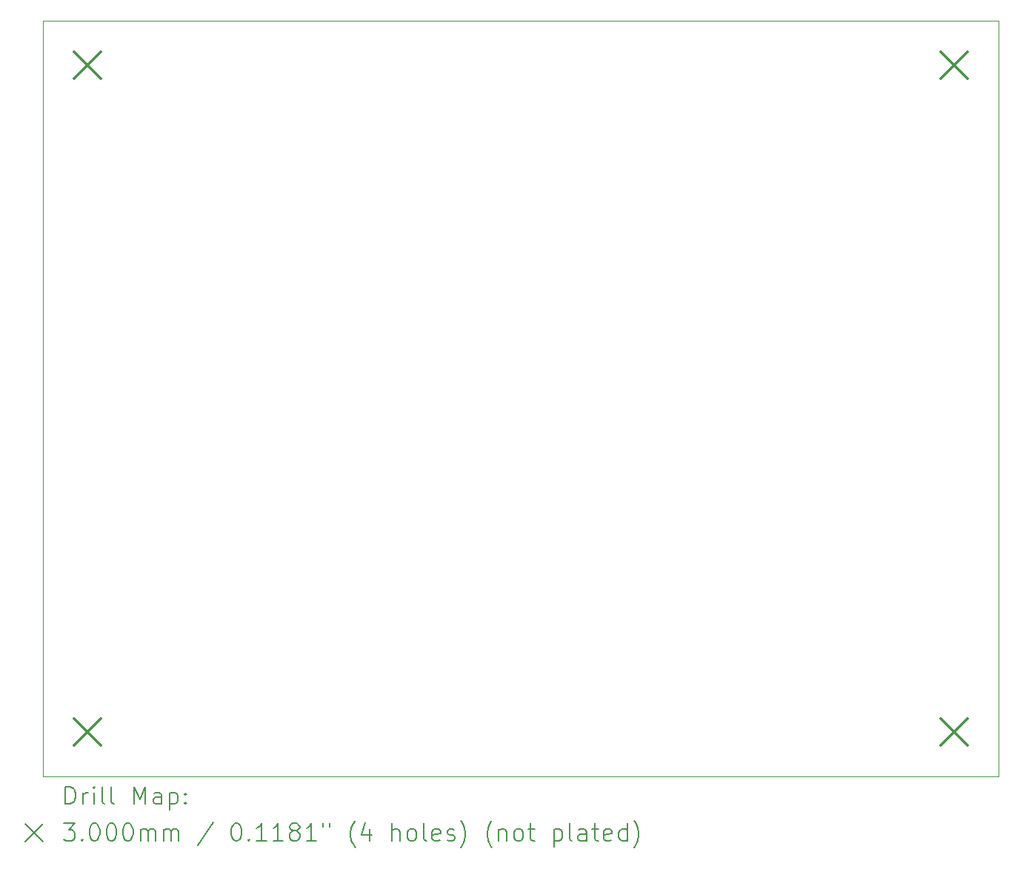
<source format=gbr>
%TF.GenerationSoftware,KiCad,Pcbnew,9.0.2*%
%TF.CreationDate,2025-06-11T21:10:06-03:00*%
%TF.ProjectId,rome,726f6d65-2e6b-4696-9361-645f70636258,0.1*%
%TF.SameCoordinates,Original*%
%TF.FileFunction,Drillmap*%
%TF.FilePolarity,Positive*%
%FSLAX45Y45*%
G04 Gerber Fmt 4.5, Leading zero omitted, Abs format (unit mm)*
G04 Created by KiCad (PCBNEW 9.0.2) date 2025-06-11 21:10:06*
%MOMM*%
%LPD*%
G01*
G04 APERTURE LIST*
%ADD10C,0.050000*%
%ADD11C,0.200000*%
%ADD12C,0.300000*%
G04 APERTURE END LIST*
D10*
X8890000Y-6350000D02*
X19812000Y-6350000D01*
X19812000Y-14986000D01*
X8890000Y-14986000D01*
X8890000Y-6350000D01*
D11*
D12*
X9248000Y-6708000D02*
X9548000Y-7008000D01*
X9548000Y-6708000D02*
X9248000Y-7008000D01*
X9248000Y-14328000D02*
X9548000Y-14628000D01*
X9548000Y-14328000D02*
X9248000Y-14628000D01*
X19154000Y-6708000D02*
X19454000Y-7008000D01*
X19454000Y-6708000D02*
X19154000Y-7008000D01*
X19154000Y-14328000D02*
X19454000Y-14628000D01*
X19454000Y-14328000D02*
X19154000Y-14628000D01*
D11*
X9148277Y-15299984D02*
X9148277Y-15099984D01*
X9148277Y-15099984D02*
X9195896Y-15099984D01*
X9195896Y-15099984D02*
X9224467Y-15109508D01*
X9224467Y-15109508D02*
X9243515Y-15128555D01*
X9243515Y-15128555D02*
X9253039Y-15147603D01*
X9253039Y-15147603D02*
X9262563Y-15185698D01*
X9262563Y-15185698D02*
X9262563Y-15214269D01*
X9262563Y-15214269D02*
X9253039Y-15252365D01*
X9253039Y-15252365D02*
X9243515Y-15271412D01*
X9243515Y-15271412D02*
X9224467Y-15290460D01*
X9224467Y-15290460D02*
X9195896Y-15299984D01*
X9195896Y-15299984D02*
X9148277Y-15299984D01*
X9348277Y-15299984D02*
X9348277Y-15166650D01*
X9348277Y-15204746D02*
X9357801Y-15185698D01*
X9357801Y-15185698D02*
X9367324Y-15176174D01*
X9367324Y-15176174D02*
X9386372Y-15166650D01*
X9386372Y-15166650D02*
X9405420Y-15166650D01*
X9472086Y-15299984D02*
X9472086Y-15166650D01*
X9472086Y-15099984D02*
X9462563Y-15109508D01*
X9462563Y-15109508D02*
X9472086Y-15119031D01*
X9472086Y-15119031D02*
X9481610Y-15109508D01*
X9481610Y-15109508D02*
X9472086Y-15099984D01*
X9472086Y-15099984D02*
X9472086Y-15119031D01*
X9595896Y-15299984D02*
X9576848Y-15290460D01*
X9576848Y-15290460D02*
X9567324Y-15271412D01*
X9567324Y-15271412D02*
X9567324Y-15099984D01*
X9700658Y-15299984D02*
X9681610Y-15290460D01*
X9681610Y-15290460D02*
X9672086Y-15271412D01*
X9672086Y-15271412D02*
X9672086Y-15099984D01*
X9929229Y-15299984D02*
X9929229Y-15099984D01*
X9929229Y-15099984D02*
X9995896Y-15242841D01*
X9995896Y-15242841D02*
X10062563Y-15099984D01*
X10062563Y-15099984D02*
X10062563Y-15299984D01*
X10243515Y-15299984D02*
X10243515Y-15195222D01*
X10243515Y-15195222D02*
X10233991Y-15176174D01*
X10233991Y-15176174D02*
X10214944Y-15166650D01*
X10214944Y-15166650D02*
X10176848Y-15166650D01*
X10176848Y-15166650D02*
X10157801Y-15176174D01*
X10243515Y-15290460D02*
X10224467Y-15299984D01*
X10224467Y-15299984D02*
X10176848Y-15299984D01*
X10176848Y-15299984D02*
X10157801Y-15290460D01*
X10157801Y-15290460D02*
X10148277Y-15271412D01*
X10148277Y-15271412D02*
X10148277Y-15252365D01*
X10148277Y-15252365D02*
X10157801Y-15233317D01*
X10157801Y-15233317D02*
X10176848Y-15223793D01*
X10176848Y-15223793D02*
X10224467Y-15223793D01*
X10224467Y-15223793D02*
X10243515Y-15214269D01*
X10338753Y-15166650D02*
X10338753Y-15366650D01*
X10338753Y-15176174D02*
X10357801Y-15166650D01*
X10357801Y-15166650D02*
X10395896Y-15166650D01*
X10395896Y-15166650D02*
X10414944Y-15176174D01*
X10414944Y-15176174D02*
X10424467Y-15185698D01*
X10424467Y-15185698D02*
X10433991Y-15204746D01*
X10433991Y-15204746D02*
X10433991Y-15261888D01*
X10433991Y-15261888D02*
X10424467Y-15280936D01*
X10424467Y-15280936D02*
X10414944Y-15290460D01*
X10414944Y-15290460D02*
X10395896Y-15299984D01*
X10395896Y-15299984D02*
X10357801Y-15299984D01*
X10357801Y-15299984D02*
X10338753Y-15290460D01*
X10519705Y-15280936D02*
X10529229Y-15290460D01*
X10529229Y-15290460D02*
X10519705Y-15299984D01*
X10519705Y-15299984D02*
X10510182Y-15290460D01*
X10510182Y-15290460D02*
X10519705Y-15280936D01*
X10519705Y-15280936D02*
X10519705Y-15299984D01*
X10519705Y-15176174D02*
X10529229Y-15185698D01*
X10529229Y-15185698D02*
X10519705Y-15195222D01*
X10519705Y-15195222D02*
X10510182Y-15185698D01*
X10510182Y-15185698D02*
X10519705Y-15176174D01*
X10519705Y-15176174D02*
X10519705Y-15195222D01*
X8687500Y-15528500D02*
X8887500Y-15728500D01*
X8887500Y-15528500D02*
X8687500Y-15728500D01*
X9129229Y-15519984D02*
X9253039Y-15519984D01*
X9253039Y-15519984D02*
X9186372Y-15596174D01*
X9186372Y-15596174D02*
X9214944Y-15596174D01*
X9214944Y-15596174D02*
X9233991Y-15605698D01*
X9233991Y-15605698D02*
X9243515Y-15615222D01*
X9243515Y-15615222D02*
X9253039Y-15634269D01*
X9253039Y-15634269D02*
X9253039Y-15681888D01*
X9253039Y-15681888D02*
X9243515Y-15700936D01*
X9243515Y-15700936D02*
X9233991Y-15710460D01*
X9233991Y-15710460D02*
X9214944Y-15719984D01*
X9214944Y-15719984D02*
X9157801Y-15719984D01*
X9157801Y-15719984D02*
X9138753Y-15710460D01*
X9138753Y-15710460D02*
X9129229Y-15700936D01*
X9338753Y-15700936D02*
X9348277Y-15710460D01*
X9348277Y-15710460D02*
X9338753Y-15719984D01*
X9338753Y-15719984D02*
X9329229Y-15710460D01*
X9329229Y-15710460D02*
X9338753Y-15700936D01*
X9338753Y-15700936D02*
X9338753Y-15719984D01*
X9472086Y-15519984D02*
X9491134Y-15519984D01*
X9491134Y-15519984D02*
X9510182Y-15529508D01*
X9510182Y-15529508D02*
X9519705Y-15539031D01*
X9519705Y-15539031D02*
X9529229Y-15558079D01*
X9529229Y-15558079D02*
X9538753Y-15596174D01*
X9538753Y-15596174D02*
X9538753Y-15643793D01*
X9538753Y-15643793D02*
X9529229Y-15681888D01*
X9529229Y-15681888D02*
X9519705Y-15700936D01*
X9519705Y-15700936D02*
X9510182Y-15710460D01*
X9510182Y-15710460D02*
X9491134Y-15719984D01*
X9491134Y-15719984D02*
X9472086Y-15719984D01*
X9472086Y-15719984D02*
X9453039Y-15710460D01*
X9453039Y-15710460D02*
X9443515Y-15700936D01*
X9443515Y-15700936D02*
X9433991Y-15681888D01*
X9433991Y-15681888D02*
X9424467Y-15643793D01*
X9424467Y-15643793D02*
X9424467Y-15596174D01*
X9424467Y-15596174D02*
X9433991Y-15558079D01*
X9433991Y-15558079D02*
X9443515Y-15539031D01*
X9443515Y-15539031D02*
X9453039Y-15529508D01*
X9453039Y-15529508D02*
X9472086Y-15519984D01*
X9662563Y-15519984D02*
X9681610Y-15519984D01*
X9681610Y-15519984D02*
X9700658Y-15529508D01*
X9700658Y-15529508D02*
X9710182Y-15539031D01*
X9710182Y-15539031D02*
X9719705Y-15558079D01*
X9719705Y-15558079D02*
X9729229Y-15596174D01*
X9729229Y-15596174D02*
X9729229Y-15643793D01*
X9729229Y-15643793D02*
X9719705Y-15681888D01*
X9719705Y-15681888D02*
X9710182Y-15700936D01*
X9710182Y-15700936D02*
X9700658Y-15710460D01*
X9700658Y-15710460D02*
X9681610Y-15719984D01*
X9681610Y-15719984D02*
X9662563Y-15719984D01*
X9662563Y-15719984D02*
X9643515Y-15710460D01*
X9643515Y-15710460D02*
X9633991Y-15700936D01*
X9633991Y-15700936D02*
X9624467Y-15681888D01*
X9624467Y-15681888D02*
X9614944Y-15643793D01*
X9614944Y-15643793D02*
X9614944Y-15596174D01*
X9614944Y-15596174D02*
X9624467Y-15558079D01*
X9624467Y-15558079D02*
X9633991Y-15539031D01*
X9633991Y-15539031D02*
X9643515Y-15529508D01*
X9643515Y-15529508D02*
X9662563Y-15519984D01*
X9853039Y-15519984D02*
X9872086Y-15519984D01*
X9872086Y-15519984D02*
X9891134Y-15529508D01*
X9891134Y-15529508D02*
X9900658Y-15539031D01*
X9900658Y-15539031D02*
X9910182Y-15558079D01*
X9910182Y-15558079D02*
X9919705Y-15596174D01*
X9919705Y-15596174D02*
X9919705Y-15643793D01*
X9919705Y-15643793D02*
X9910182Y-15681888D01*
X9910182Y-15681888D02*
X9900658Y-15700936D01*
X9900658Y-15700936D02*
X9891134Y-15710460D01*
X9891134Y-15710460D02*
X9872086Y-15719984D01*
X9872086Y-15719984D02*
X9853039Y-15719984D01*
X9853039Y-15719984D02*
X9833991Y-15710460D01*
X9833991Y-15710460D02*
X9824467Y-15700936D01*
X9824467Y-15700936D02*
X9814944Y-15681888D01*
X9814944Y-15681888D02*
X9805420Y-15643793D01*
X9805420Y-15643793D02*
X9805420Y-15596174D01*
X9805420Y-15596174D02*
X9814944Y-15558079D01*
X9814944Y-15558079D02*
X9824467Y-15539031D01*
X9824467Y-15539031D02*
X9833991Y-15529508D01*
X9833991Y-15529508D02*
X9853039Y-15519984D01*
X10005420Y-15719984D02*
X10005420Y-15586650D01*
X10005420Y-15605698D02*
X10014944Y-15596174D01*
X10014944Y-15596174D02*
X10033991Y-15586650D01*
X10033991Y-15586650D02*
X10062563Y-15586650D01*
X10062563Y-15586650D02*
X10081610Y-15596174D01*
X10081610Y-15596174D02*
X10091134Y-15615222D01*
X10091134Y-15615222D02*
X10091134Y-15719984D01*
X10091134Y-15615222D02*
X10100658Y-15596174D01*
X10100658Y-15596174D02*
X10119705Y-15586650D01*
X10119705Y-15586650D02*
X10148277Y-15586650D01*
X10148277Y-15586650D02*
X10167325Y-15596174D01*
X10167325Y-15596174D02*
X10176848Y-15615222D01*
X10176848Y-15615222D02*
X10176848Y-15719984D01*
X10272086Y-15719984D02*
X10272086Y-15586650D01*
X10272086Y-15605698D02*
X10281610Y-15596174D01*
X10281610Y-15596174D02*
X10300658Y-15586650D01*
X10300658Y-15586650D02*
X10329229Y-15586650D01*
X10329229Y-15586650D02*
X10348277Y-15596174D01*
X10348277Y-15596174D02*
X10357801Y-15615222D01*
X10357801Y-15615222D02*
X10357801Y-15719984D01*
X10357801Y-15615222D02*
X10367325Y-15596174D01*
X10367325Y-15596174D02*
X10386372Y-15586650D01*
X10386372Y-15586650D02*
X10414944Y-15586650D01*
X10414944Y-15586650D02*
X10433991Y-15596174D01*
X10433991Y-15596174D02*
X10443515Y-15615222D01*
X10443515Y-15615222D02*
X10443515Y-15719984D01*
X10833991Y-15510460D02*
X10662563Y-15767603D01*
X11091134Y-15519984D02*
X11110182Y-15519984D01*
X11110182Y-15519984D02*
X11129229Y-15529508D01*
X11129229Y-15529508D02*
X11138753Y-15539031D01*
X11138753Y-15539031D02*
X11148277Y-15558079D01*
X11148277Y-15558079D02*
X11157801Y-15596174D01*
X11157801Y-15596174D02*
X11157801Y-15643793D01*
X11157801Y-15643793D02*
X11148277Y-15681888D01*
X11148277Y-15681888D02*
X11138753Y-15700936D01*
X11138753Y-15700936D02*
X11129229Y-15710460D01*
X11129229Y-15710460D02*
X11110182Y-15719984D01*
X11110182Y-15719984D02*
X11091134Y-15719984D01*
X11091134Y-15719984D02*
X11072087Y-15710460D01*
X11072087Y-15710460D02*
X11062563Y-15700936D01*
X11062563Y-15700936D02*
X11053039Y-15681888D01*
X11053039Y-15681888D02*
X11043515Y-15643793D01*
X11043515Y-15643793D02*
X11043515Y-15596174D01*
X11043515Y-15596174D02*
X11053039Y-15558079D01*
X11053039Y-15558079D02*
X11062563Y-15539031D01*
X11062563Y-15539031D02*
X11072087Y-15529508D01*
X11072087Y-15529508D02*
X11091134Y-15519984D01*
X11243515Y-15700936D02*
X11253039Y-15710460D01*
X11253039Y-15710460D02*
X11243515Y-15719984D01*
X11243515Y-15719984D02*
X11233991Y-15710460D01*
X11233991Y-15710460D02*
X11243515Y-15700936D01*
X11243515Y-15700936D02*
X11243515Y-15719984D01*
X11443515Y-15719984D02*
X11329229Y-15719984D01*
X11386372Y-15719984D02*
X11386372Y-15519984D01*
X11386372Y-15519984D02*
X11367325Y-15548555D01*
X11367325Y-15548555D02*
X11348277Y-15567603D01*
X11348277Y-15567603D02*
X11329229Y-15577127D01*
X11633991Y-15719984D02*
X11519706Y-15719984D01*
X11576848Y-15719984D02*
X11576848Y-15519984D01*
X11576848Y-15519984D02*
X11557801Y-15548555D01*
X11557801Y-15548555D02*
X11538753Y-15567603D01*
X11538753Y-15567603D02*
X11519706Y-15577127D01*
X11748277Y-15605698D02*
X11729229Y-15596174D01*
X11729229Y-15596174D02*
X11719706Y-15586650D01*
X11719706Y-15586650D02*
X11710182Y-15567603D01*
X11710182Y-15567603D02*
X11710182Y-15558079D01*
X11710182Y-15558079D02*
X11719706Y-15539031D01*
X11719706Y-15539031D02*
X11729229Y-15529508D01*
X11729229Y-15529508D02*
X11748277Y-15519984D01*
X11748277Y-15519984D02*
X11786372Y-15519984D01*
X11786372Y-15519984D02*
X11805420Y-15529508D01*
X11805420Y-15529508D02*
X11814944Y-15539031D01*
X11814944Y-15539031D02*
X11824467Y-15558079D01*
X11824467Y-15558079D02*
X11824467Y-15567603D01*
X11824467Y-15567603D02*
X11814944Y-15586650D01*
X11814944Y-15586650D02*
X11805420Y-15596174D01*
X11805420Y-15596174D02*
X11786372Y-15605698D01*
X11786372Y-15605698D02*
X11748277Y-15605698D01*
X11748277Y-15605698D02*
X11729229Y-15615222D01*
X11729229Y-15615222D02*
X11719706Y-15624746D01*
X11719706Y-15624746D02*
X11710182Y-15643793D01*
X11710182Y-15643793D02*
X11710182Y-15681888D01*
X11710182Y-15681888D02*
X11719706Y-15700936D01*
X11719706Y-15700936D02*
X11729229Y-15710460D01*
X11729229Y-15710460D02*
X11748277Y-15719984D01*
X11748277Y-15719984D02*
X11786372Y-15719984D01*
X11786372Y-15719984D02*
X11805420Y-15710460D01*
X11805420Y-15710460D02*
X11814944Y-15700936D01*
X11814944Y-15700936D02*
X11824467Y-15681888D01*
X11824467Y-15681888D02*
X11824467Y-15643793D01*
X11824467Y-15643793D02*
X11814944Y-15624746D01*
X11814944Y-15624746D02*
X11805420Y-15615222D01*
X11805420Y-15615222D02*
X11786372Y-15605698D01*
X12014944Y-15719984D02*
X11900658Y-15719984D01*
X11957801Y-15719984D02*
X11957801Y-15519984D01*
X11957801Y-15519984D02*
X11938753Y-15548555D01*
X11938753Y-15548555D02*
X11919706Y-15567603D01*
X11919706Y-15567603D02*
X11900658Y-15577127D01*
X12091134Y-15519984D02*
X12091134Y-15558079D01*
X12167325Y-15519984D02*
X12167325Y-15558079D01*
X12462563Y-15796174D02*
X12453039Y-15786650D01*
X12453039Y-15786650D02*
X12433991Y-15758079D01*
X12433991Y-15758079D02*
X12424468Y-15739031D01*
X12424468Y-15739031D02*
X12414944Y-15710460D01*
X12414944Y-15710460D02*
X12405420Y-15662841D01*
X12405420Y-15662841D02*
X12405420Y-15624746D01*
X12405420Y-15624746D02*
X12414944Y-15577127D01*
X12414944Y-15577127D02*
X12424468Y-15548555D01*
X12424468Y-15548555D02*
X12433991Y-15529508D01*
X12433991Y-15529508D02*
X12453039Y-15500936D01*
X12453039Y-15500936D02*
X12462563Y-15491412D01*
X12624468Y-15586650D02*
X12624468Y-15719984D01*
X12576848Y-15510460D02*
X12529229Y-15653317D01*
X12529229Y-15653317D02*
X12653039Y-15653317D01*
X12881610Y-15719984D02*
X12881610Y-15519984D01*
X12967325Y-15719984D02*
X12967325Y-15615222D01*
X12967325Y-15615222D02*
X12957801Y-15596174D01*
X12957801Y-15596174D02*
X12938753Y-15586650D01*
X12938753Y-15586650D02*
X12910182Y-15586650D01*
X12910182Y-15586650D02*
X12891134Y-15596174D01*
X12891134Y-15596174D02*
X12881610Y-15605698D01*
X13091134Y-15719984D02*
X13072087Y-15710460D01*
X13072087Y-15710460D02*
X13062563Y-15700936D01*
X13062563Y-15700936D02*
X13053039Y-15681888D01*
X13053039Y-15681888D02*
X13053039Y-15624746D01*
X13053039Y-15624746D02*
X13062563Y-15605698D01*
X13062563Y-15605698D02*
X13072087Y-15596174D01*
X13072087Y-15596174D02*
X13091134Y-15586650D01*
X13091134Y-15586650D02*
X13119706Y-15586650D01*
X13119706Y-15586650D02*
X13138753Y-15596174D01*
X13138753Y-15596174D02*
X13148277Y-15605698D01*
X13148277Y-15605698D02*
X13157801Y-15624746D01*
X13157801Y-15624746D02*
X13157801Y-15681888D01*
X13157801Y-15681888D02*
X13148277Y-15700936D01*
X13148277Y-15700936D02*
X13138753Y-15710460D01*
X13138753Y-15710460D02*
X13119706Y-15719984D01*
X13119706Y-15719984D02*
X13091134Y-15719984D01*
X13272087Y-15719984D02*
X13253039Y-15710460D01*
X13253039Y-15710460D02*
X13243515Y-15691412D01*
X13243515Y-15691412D02*
X13243515Y-15519984D01*
X13424468Y-15710460D02*
X13405420Y-15719984D01*
X13405420Y-15719984D02*
X13367325Y-15719984D01*
X13367325Y-15719984D02*
X13348277Y-15710460D01*
X13348277Y-15710460D02*
X13338753Y-15691412D01*
X13338753Y-15691412D02*
X13338753Y-15615222D01*
X13338753Y-15615222D02*
X13348277Y-15596174D01*
X13348277Y-15596174D02*
X13367325Y-15586650D01*
X13367325Y-15586650D02*
X13405420Y-15586650D01*
X13405420Y-15586650D02*
X13424468Y-15596174D01*
X13424468Y-15596174D02*
X13433991Y-15615222D01*
X13433991Y-15615222D02*
X13433991Y-15634269D01*
X13433991Y-15634269D02*
X13338753Y-15653317D01*
X13510182Y-15710460D02*
X13529230Y-15719984D01*
X13529230Y-15719984D02*
X13567325Y-15719984D01*
X13567325Y-15719984D02*
X13586372Y-15710460D01*
X13586372Y-15710460D02*
X13595896Y-15691412D01*
X13595896Y-15691412D02*
X13595896Y-15681888D01*
X13595896Y-15681888D02*
X13586372Y-15662841D01*
X13586372Y-15662841D02*
X13567325Y-15653317D01*
X13567325Y-15653317D02*
X13538753Y-15653317D01*
X13538753Y-15653317D02*
X13519706Y-15643793D01*
X13519706Y-15643793D02*
X13510182Y-15624746D01*
X13510182Y-15624746D02*
X13510182Y-15615222D01*
X13510182Y-15615222D02*
X13519706Y-15596174D01*
X13519706Y-15596174D02*
X13538753Y-15586650D01*
X13538753Y-15586650D02*
X13567325Y-15586650D01*
X13567325Y-15586650D02*
X13586372Y-15596174D01*
X13662563Y-15796174D02*
X13672087Y-15786650D01*
X13672087Y-15786650D02*
X13691134Y-15758079D01*
X13691134Y-15758079D02*
X13700658Y-15739031D01*
X13700658Y-15739031D02*
X13710182Y-15710460D01*
X13710182Y-15710460D02*
X13719706Y-15662841D01*
X13719706Y-15662841D02*
X13719706Y-15624746D01*
X13719706Y-15624746D02*
X13710182Y-15577127D01*
X13710182Y-15577127D02*
X13700658Y-15548555D01*
X13700658Y-15548555D02*
X13691134Y-15529508D01*
X13691134Y-15529508D02*
X13672087Y-15500936D01*
X13672087Y-15500936D02*
X13662563Y-15491412D01*
X14024468Y-15796174D02*
X14014944Y-15786650D01*
X14014944Y-15786650D02*
X13995896Y-15758079D01*
X13995896Y-15758079D02*
X13986372Y-15739031D01*
X13986372Y-15739031D02*
X13976849Y-15710460D01*
X13976849Y-15710460D02*
X13967325Y-15662841D01*
X13967325Y-15662841D02*
X13967325Y-15624746D01*
X13967325Y-15624746D02*
X13976849Y-15577127D01*
X13976849Y-15577127D02*
X13986372Y-15548555D01*
X13986372Y-15548555D02*
X13995896Y-15529508D01*
X13995896Y-15529508D02*
X14014944Y-15500936D01*
X14014944Y-15500936D02*
X14024468Y-15491412D01*
X14100658Y-15586650D02*
X14100658Y-15719984D01*
X14100658Y-15605698D02*
X14110182Y-15596174D01*
X14110182Y-15596174D02*
X14129230Y-15586650D01*
X14129230Y-15586650D02*
X14157801Y-15586650D01*
X14157801Y-15586650D02*
X14176849Y-15596174D01*
X14176849Y-15596174D02*
X14186372Y-15615222D01*
X14186372Y-15615222D02*
X14186372Y-15719984D01*
X14310182Y-15719984D02*
X14291134Y-15710460D01*
X14291134Y-15710460D02*
X14281611Y-15700936D01*
X14281611Y-15700936D02*
X14272087Y-15681888D01*
X14272087Y-15681888D02*
X14272087Y-15624746D01*
X14272087Y-15624746D02*
X14281611Y-15605698D01*
X14281611Y-15605698D02*
X14291134Y-15596174D01*
X14291134Y-15596174D02*
X14310182Y-15586650D01*
X14310182Y-15586650D02*
X14338753Y-15586650D01*
X14338753Y-15586650D02*
X14357801Y-15596174D01*
X14357801Y-15596174D02*
X14367325Y-15605698D01*
X14367325Y-15605698D02*
X14376849Y-15624746D01*
X14376849Y-15624746D02*
X14376849Y-15681888D01*
X14376849Y-15681888D02*
X14367325Y-15700936D01*
X14367325Y-15700936D02*
X14357801Y-15710460D01*
X14357801Y-15710460D02*
X14338753Y-15719984D01*
X14338753Y-15719984D02*
X14310182Y-15719984D01*
X14433992Y-15586650D02*
X14510182Y-15586650D01*
X14462563Y-15519984D02*
X14462563Y-15691412D01*
X14462563Y-15691412D02*
X14472087Y-15710460D01*
X14472087Y-15710460D02*
X14491134Y-15719984D01*
X14491134Y-15719984D02*
X14510182Y-15719984D01*
X14729230Y-15586650D02*
X14729230Y-15786650D01*
X14729230Y-15596174D02*
X14748277Y-15586650D01*
X14748277Y-15586650D02*
X14786373Y-15586650D01*
X14786373Y-15586650D02*
X14805420Y-15596174D01*
X14805420Y-15596174D02*
X14814944Y-15605698D01*
X14814944Y-15605698D02*
X14824468Y-15624746D01*
X14824468Y-15624746D02*
X14824468Y-15681888D01*
X14824468Y-15681888D02*
X14814944Y-15700936D01*
X14814944Y-15700936D02*
X14805420Y-15710460D01*
X14805420Y-15710460D02*
X14786373Y-15719984D01*
X14786373Y-15719984D02*
X14748277Y-15719984D01*
X14748277Y-15719984D02*
X14729230Y-15710460D01*
X14938753Y-15719984D02*
X14919706Y-15710460D01*
X14919706Y-15710460D02*
X14910182Y-15691412D01*
X14910182Y-15691412D02*
X14910182Y-15519984D01*
X15100658Y-15719984D02*
X15100658Y-15615222D01*
X15100658Y-15615222D02*
X15091134Y-15596174D01*
X15091134Y-15596174D02*
X15072087Y-15586650D01*
X15072087Y-15586650D02*
X15033992Y-15586650D01*
X15033992Y-15586650D02*
X15014944Y-15596174D01*
X15100658Y-15710460D02*
X15081611Y-15719984D01*
X15081611Y-15719984D02*
X15033992Y-15719984D01*
X15033992Y-15719984D02*
X15014944Y-15710460D01*
X15014944Y-15710460D02*
X15005420Y-15691412D01*
X15005420Y-15691412D02*
X15005420Y-15672365D01*
X15005420Y-15672365D02*
X15014944Y-15653317D01*
X15014944Y-15653317D02*
X15033992Y-15643793D01*
X15033992Y-15643793D02*
X15081611Y-15643793D01*
X15081611Y-15643793D02*
X15100658Y-15634269D01*
X15167325Y-15586650D02*
X15243515Y-15586650D01*
X15195896Y-15519984D02*
X15195896Y-15691412D01*
X15195896Y-15691412D02*
X15205420Y-15710460D01*
X15205420Y-15710460D02*
X15224468Y-15719984D01*
X15224468Y-15719984D02*
X15243515Y-15719984D01*
X15386373Y-15710460D02*
X15367325Y-15719984D01*
X15367325Y-15719984D02*
X15329230Y-15719984D01*
X15329230Y-15719984D02*
X15310182Y-15710460D01*
X15310182Y-15710460D02*
X15300658Y-15691412D01*
X15300658Y-15691412D02*
X15300658Y-15615222D01*
X15300658Y-15615222D02*
X15310182Y-15596174D01*
X15310182Y-15596174D02*
X15329230Y-15586650D01*
X15329230Y-15586650D02*
X15367325Y-15586650D01*
X15367325Y-15586650D02*
X15386373Y-15596174D01*
X15386373Y-15596174D02*
X15395896Y-15615222D01*
X15395896Y-15615222D02*
X15395896Y-15634269D01*
X15395896Y-15634269D02*
X15300658Y-15653317D01*
X15567325Y-15719984D02*
X15567325Y-15519984D01*
X15567325Y-15710460D02*
X15548277Y-15719984D01*
X15548277Y-15719984D02*
X15510182Y-15719984D01*
X15510182Y-15719984D02*
X15491134Y-15710460D01*
X15491134Y-15710460D02*
X15481611Y-15700936D01*
X15481611Y-15700936D02*
X15472087Y-15681888D01*
X15472087Y-15681888D02*
X15472087Y-15624746D01*
X15472087Y-15624746D02*
X15481611Y-15605698D01*
X15481611Y-15605698D02*
X15491134Y-15596174D01*
X15491134Y-15596174D02*
X15510182Y-15586650D01*
X15510182Y-15586650D02*
X15548277Y-15586650D01*
X15548277Y-15586650D02*
X15567325Y-15596174D01*
X15643515Y-15796174D02*
X15653039Y-15786650D01*
X15653039Y-15786650D02*
X15672087Y-15758079D01*
X15672087Y-15758079D02*
X15681611Y-15739031D01*
X15681611Y-15739031D02*
X15691134Y-15710460D01*
X15691134Y-15710460D02*
X15700658Y-15662841D01*
X15700658Y-15662841D02*
X15700658Y-15624746D01*
X15700658Y-15624746D02*
X15691134Y-15577127D01*
X15691134Y-15577127D02*
X15681611Y-15548555D01*
X15681611Y-15548555D02*
X15672087Y-15529508D01*
X15672087Y-15529508D02*
X15653039Y-15500936D01*
X15653039Y-15500936D02*
X15643515Y-15491412D01*
M02*

</source>
